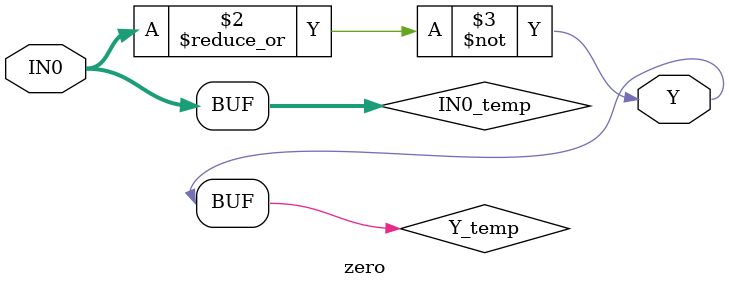
<source format=v>
module zero(IN0,Y);
  parameter N = 8;
  parameter DPFLAG = 1;
  parameter GROUP = "dpath1";
  parameter
        d_IN0 = 0,
        d_Y_r = 1,
        d_Y_f = 1;
  input [(N - 1):0] IN0;
  output  Y;
  wire [(N - 1):0] IN0_temp;
  reg  Y_temp;
  assign #(d_IN0) IN0_temp = IN0;
  assign #(d_Y_r,d_Y_f) Y = Y_temp;
  always
    @(IN0_temp)
      begin
      Y_temp = ( ~ ( | IN0_temp));
      end
endmodule

</source>
